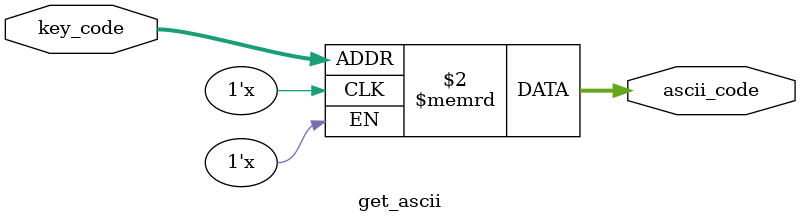
<source format=v>
module get_ascii(key_code, ascii_code);
	input [7:0] key_code;
	
	output reg [7:0] ascii_code;
	
	(* ram_init_file = "D:/JunYuYin/DigitalExp/ExpCode/exp08/scancode.mif" *) reg [7:0] myrom[255:0];
	
	always @(key_code)
	begin
		ascii_code = myrom[key_code];
	end

endmodule
</source>
